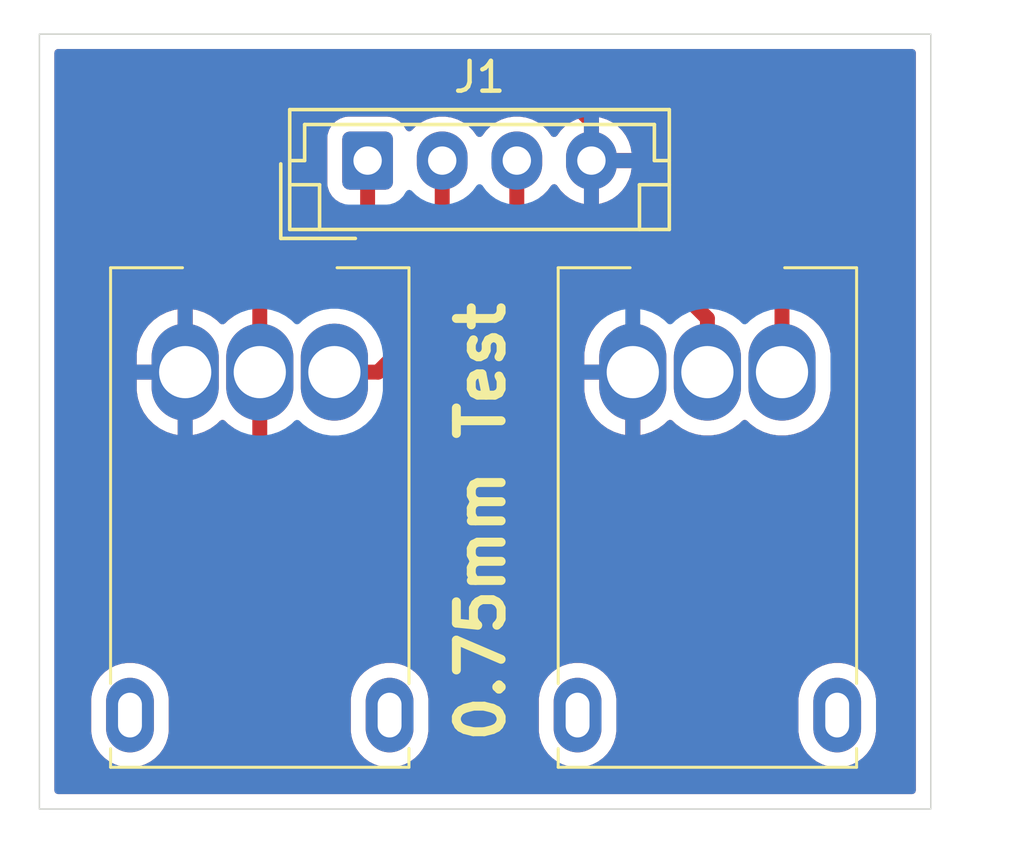
<source format=kicad_pcb>
(kicad_pcb (version 20240108) (generator "pcbnew") (generator_version "8.0")
  (layers (0 "F.Cu" signal) (31 "B.Cu" signal) (34 "B.Paste" user) (35 "F.Paste" user) (36 "B.SilkS" user "B.Silkscreen") (37 "F.SilkS" user "F.Silkscreen") (38 "B.Mask" user) (39 "F.Mask" user) (44 "Edge.Cuts" user))
  (net 0 "")
  (net 1 "GND")
  (net 2 "VCC")
  (net 3 "Net-(J1-Pin_2)")
  (net 4 "Net-(J1-Pin_3)")
  (footprint "hhl:GCC_Slider_MillMax" (layer "F.Cu") (at 242.4364 136.4042)
    (property "Reference" "RV1" (hide yes))
    (property "Value" "Slider_GCC-Gamecube_MB" (hide yes))
    (fp_line (start -5 -3.5) (end -5 10.44) (stroke (width 0.1)) (layer "F.SilkS"))
    (fp_line (start -5 -3.5) (end -2.59 -3.5) (stroke (width 0.1)) (layer "F.SilkS"))
    (fp_line (start -5 13.25) (end -5 12.625) (stroke (width 0.1)) (layer "F.SilkS"))
    (fp_line (start -5 13.25) (end 5 13.25) (stroke (width 0.1)) (layer "F.SilkS"))
    (fp_line (start 2.59 -3.5) (end 5 -3.5) (stroke (width 0.1)) (layer "F.SilkS"))
    (fp_line (start 5 -3.5) (end 5 10.44) (stroke (width 0.1)) (layer "F.SilkS"))
    (fp_line (start 5 13.25) (end 5 12.62) (stroke (width 0.1)) (layer "F.SilkS"))
    (pad "1" thru_hole oval (at 0 0 180) (size 2.25 3.25) (drill 1.75) (layers "*.Cu" "*.Mask") (net 2 "VCC"))
    (pad "2" thru_hole oval (at 2.5 0 180) (size 2.25 3.25) (drill 1.75) (layers "*.Cu" "*.Mask") (net 3 "Net-(J1-Pin_2)"))
    (pad "3" thru_hole oval (at -2.5 0 180) (size 2.25 3.25) (drill 1.75) (layers "*.Cu" "*.Mask") (net 1 "GND"))
    (pad "MP" thru_hole oval (at -4.35 11.5 180) (size 1.6 2.5) (drill oval 0.8 1.5) (property pad_prop_heatsink) (layers "*.Cu" "*.Mask"))
    (pad "MP" thru_hole oval (at 4.35 11.5 180) (size 1.6 2.5) (drill oval 0.8 1.5) (property pad_prop_heatsink) (layers "*.Cu" "*.Mask"))
  )
  (footprint "hhl:GCC_Slider_MillMax" (layer "F.Cu") (at 257.4364 136.4042)
    (property "Reference" "RV2" (hide yes))
    (property "Value" "Slider_GCC-Gamecube_MB" (hide yes))
    (fp_line (start -5 -3.5) (end -5 10.44) (stroke (width 0.1)) (layer "F.SilkS"))
    (fp_line (start -5 -3.5) (end -2.59 -3.5) (stroke (width 0.1)) (layer "F.SilkS"))
    (fp_line (start -5 13.25) (end -5 12.625) (stroke (width 0.1)) (layer "F.SilkS"))
    (fp_line (start -5 13.25) (end 5 13.25) (stroke (width 0.1)) (layer "F.SilkS"))
    (fp_line (start 2.59 -3.5) (end 5 -3.5) (stroke (width 0.1)) (layer "F.SilkS"))
    (fp_line (start 5 -3.5) (end 5 10.44) (stroke (width 0.1)) (layer "F.SilkS"))
    (fp_line (start 5 13.25) (end 5 12.62) (stroke (width 0.1)) (layer "F.SilkS"))
    (pad "1" thru_hole oval (at 0 0 180) (size 2.25 3.25) (drill 1.75) (layers "*.Cu" "*.Mask") (net 2 "VCC"))
    (pad "2" thru_hole oval (at 2.5 0 180) (size 2.25 3.25) (drill 1.75) (layers "*.Cu" "*.Mask") (net 4 "Net-(J1-Pin_3)"))
    (pad "3" thru_hole oval (at -2.5 0 180) (size 2.25 3.25) (drill 1.75) (layers "*.Cu" "*.Mask") (net 1 "GND"))
    (pad "MP" thru_hole oval (at -4.35 11.5 180) (size 1.6 2.5) (drill oval 0.8 1.5) (property pad_prop_heatsink) (layers "*.Cu" "*.Mask"))
    (pad "MP" thru_hole oval (at 4.35 11.5 180) (size 1.6 2.5) (drill oval 0.8 1.5) (property pad_prop_heatsink) (layers "*.Cu" "*.Mask"))
  )
  (footprint "Connector_JST:JST_EH_B4B-EH-A_1x04_P2.50mm_Vertical" (layer "F.Cu") (at 246.0498 129.3114)
    (property "Reference" "J1" (at 3.75 -2.8 0) (layer "F.SilkS"))
    (property "Value" "Conn_01x04_Pin")
    (fp_line (start -2.91 0.11) (end -2.91 2.61) (stroke (width 0.12)) (layer "F.SilkS"))
    (fp_line (start -2.91 2.61) (end -0.41 2.61) (stroke (width 0.12)) (layer "F.SilkS"))
    (fp_line (start -2.61 -1.71) (end -2.61 2.31) (stroke (width 0.12)) (layer "F.SilkS"))
    (fp_line (start -2.61 0) (end -2.11 0) (stroke (width 0.12)) (layer "F.SilkS"))
    (fp_line (start -2.61 0.81) (end -1.61 0.81) (stroke (width 0.12)) (layer "F.SilkS"))
    (fp_line (start -2.61 2.31) (end 10.11 2.31) (stroke (width 0.12)) (layer "F.SilkS"))
    (fp_line (start -2.11 -1.21) (end 9.61 -1.21) (stroke (width 0.12)) (layer "F.SilkS"))
    (fp_line (start -2.11 0) (end -2.11 -1.21) (stroke (width 0.12)) (layer "F.SilkS"))
    (fp_line (start -1.61 0.81) (end -1.61 2.31) (stroke (width 0.12)) (layer "F.SilkS"))
    (fp_line (start 9.11 0.81) (end 9.11 2.31) (stroke (width 0.12)) (layer "F.SilkS"))
    (fp_line (start 9.61 -1.21) (end 9.61 0) (stroke (width 0.12)) (layer "F.SilkS"))
    (fp_line (start 9.61 0) (end 10.11 0) (stroke (width 0.12)) (layer "F.SilkS"))
    (fp_line (start 10.11 -1.71) (end -2.61 -1.71) (stroke (width 0.12)) (layer "F.SilkS"))
    (fp_line (start 10.11 0.81) (end 9.11 0.81) (stroke (width 0.12)) (layer "F.SilkS"))
    (fp_line (start 10.11 2.31) (end 10.11 -1.71) (stroke (width 0.12)) (layer "F.SilkS"))
    (pad "1" thru_hole roundrect (at 0 0) (size 1.7 1.95) (drill 0.95) (layers "*.Cu" "*.Mask") (roundrect_rratio 0.147059) (net 2 "VCC"))
    (pad "2" thru_hole oval (at 2.5 0) (size 1.7 1.95) (drill 0.95) (layers "*.Cu" "*.Mask") (net 3 "Net-(J1-Pin_2)"))
    (pad "3" thru_hole oval (at 5 0) (size 1.7 1.95) (drill 0.95) (layers "*.Cu" "*.Mask") (net 4 "Net-(J1-Pin_3)"))
    (pad "4" thru_hole oval (at 7.5 0) (size 1.7 1.95) (drill 0.95) (layers "*.Cu" "*.Mask") (net 1 "GND"))
  )
  (gr_rect (start 235.0516 125.0696) (end 264.922 151.0538) (stroke (width 0.05)) (fill none) (layer "Edge.Cuts"))
  (gr_text "0.75mm Test" (at 250.7234 148.9456 90) (layer "F.SilkS") (effects (font (size 1.5 1.5) (thickness 0.3) (bold yes)) (justify left bottom)))
  (segment (start 261.3406 139.573) (end 262.128 138.7856) (width 0.5) (layer "F.Cu") (net 1))
  (segment (start 262.128 132.6642) (end 258.7752 129.3114) (width 0.5) (layer "F.Cu") (net 1))
  (segment (start 258.7752 129.3114) (end 253.5498 129.3114) (width 0.5) (layer "F.Cu") (net 1))
  (segment (start 243.1542 127.0508) (end 252.603 127.0508) (width 0.5) (layer "F.Cu") (net 1))
  (segment (start 239.9364 136.4042) (end 239.9364 130.2686) (width 0.5) (layer "F.Cu") (net 1))
  (segment (start 252.603 127.0508) (end 253.5498 127.9976) (width 0.5) (layer "F.Cu") (net 1))
  (segment (start 253.5498 127.9976) (end 253.5498 129.3114) (width 0.5) (layer "F.Cu") (net 1))
  (segment (start 255.778 139.573) (end 261.3406 139.573) (width 0.5) (layer "F.Cu") (net 1))
  (segment (start 239.9364 130.2686) (end 243.1542 127.0508) (width 0.5) (layer "F.Cu") (net 1))
  (segment (start 254.9364 136.4042) (end 254.9364 138.7314) (width 0.5) (layer "F.Cu") (net 1))
  (segment (start 262.128 138.7856) (end 262.128 132.6642) (width 0.5) (layer "F.Cu") (net 1))
  (segment (start 254.9364 138.7314) (end 255.778 139.573) (width 0.5) (layer "F.Cu") (net 1))
  (segment (start 245.4656 140.7414) (end 243.3574 140.7414) (width 0.5) (layer "F.Cu") (net 2))
  (segment (start 242.4364 136.4042) (end 242.4364 133.763) (width 0.5) (layer "F.Cu") (net 2))
  (segment (start 243.3574 140.7414) (end 242.4364 139.8204) (width 0.5) (layer "F.Cu") (net 2))
  (segment (start 252.4252 133.8072) (end 248.0564 138.176) (width 0.5) (layer "F.Cu") (net 2))
  (segment (start 257.4364 134.602) (end 256.6416 133.8072) (width 0.5) (layer "F.Cu") (net 2))
  (segment (start 242.4364 133.763) (end 243.3574 132.842) (width 0.5) (layer "F.Cu") (net 2))
  (segment (start 245.0846 132.842) (end 246.0498 131.8768) (width 0.5) (layer "F.Cu") (net 2))
  (segment (start 243.3574 132.842) (end 245.0846 132.842) (width 0.5) (layer "F.Cu") (net 2))
  (segment (start 242.4364 139.8204) (end 242.4364 136.4042) (width 0.5) (layer "F.Cu") (net 2))
  (segment (start 248.031 138.176) (end 245.4656 140.7414) (width 0.5) (layer "F.Cu") (net 2))
  (segment (start 246.0498 131.8768) (end 246.0498 129.3114) (width 0.5) (layer "F.Cu") (net 2))
  (segment (start 256.6416 133.8072) (end 252.4252 133.8072) (width 0.5) (layer "F.Cu") (net 2))
  (segment (start 248.0564 138.176) (end 248.031 138.176) (width 0.5) (layer "F.Cu") (net 2))
  (segment (start 257.4364 136.4042) (end 257.4364 134.602) (width 0.5) (layer "F.Cu") (net 2))
  (segment (start 246.3992 136.4042) (end 248.5498 134.2536) (width 0.5) (layer "F.Cu") (net 3))
  (segment (start 248.5498 134.2536) (end 248.5498 129.3114) (width 0.5) (layer "F.Cu") (net 3))
  (segment (start 244.9364 136.4042) (end 246.3992 136.4042) (width 0.5) (layer "F.Cu") (net 3))
  (segment (start 259.0038 132.5626) (end 259.9364 133.4952) (width 0.5) (layer "F.Cu") (net 4))
  (segment (start 252.2474 132.5626) (end 259.0038 132.5626) (width 0.5) (layer "F.Cu") (net 4))
  (segment (start 259.9364 133.4952) (end 259.9364 136.4042) (width 0.5) (layer "F.Cu") (net 4))
  (segment (start 251.0498 131.365) (end 252.2474 132.5626) (width 0.5) (layer "F.Cu") (net 4))
  (segment (start 251.0498 129.3114) (end 251.0498 131.365) (width 0.5) (layer "F.Cu") (net 4))
  (zone (net 1) (net_name "GND") (layers "F&B.Cu") (connect_pads (clearance 0.5)) (min_thickness 0.25) (fill yes (thermal_gap 0.5) (thermal_bridge_width 0.5))
    (polygon (pts (xy 233.9086 123.9774) (xy 233.7308 151.8412) (xy 268.0462 152.527) (xy 265.8364 123.9266)))
  )
)
</source>
